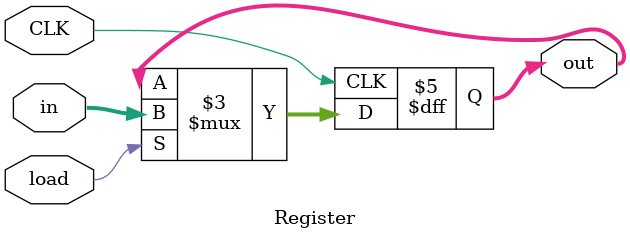
<source format=v>
`timescale 1ns / 1ps

module Register(
  input signed [15:0] in,
  input load,
  output [15:0] out,
  input CLK
  );

  reg signed [15:0] out = 16'b0;
  always @(posedge CLK) begin
    if (load)
      out <= in;
  end
  
endmodule

</source>
